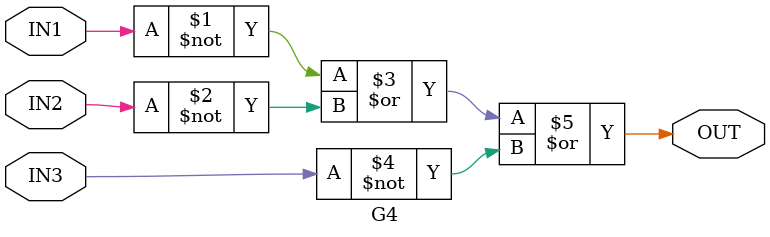
<source format=v>
module G4(IN1, IN2, IN3, OUT);
	input IN1, IN2, IN3;
	output OUT;
	
	assign OUT = ~IN1 | ~IN2 | ~IN3;
endmodule
</source>
